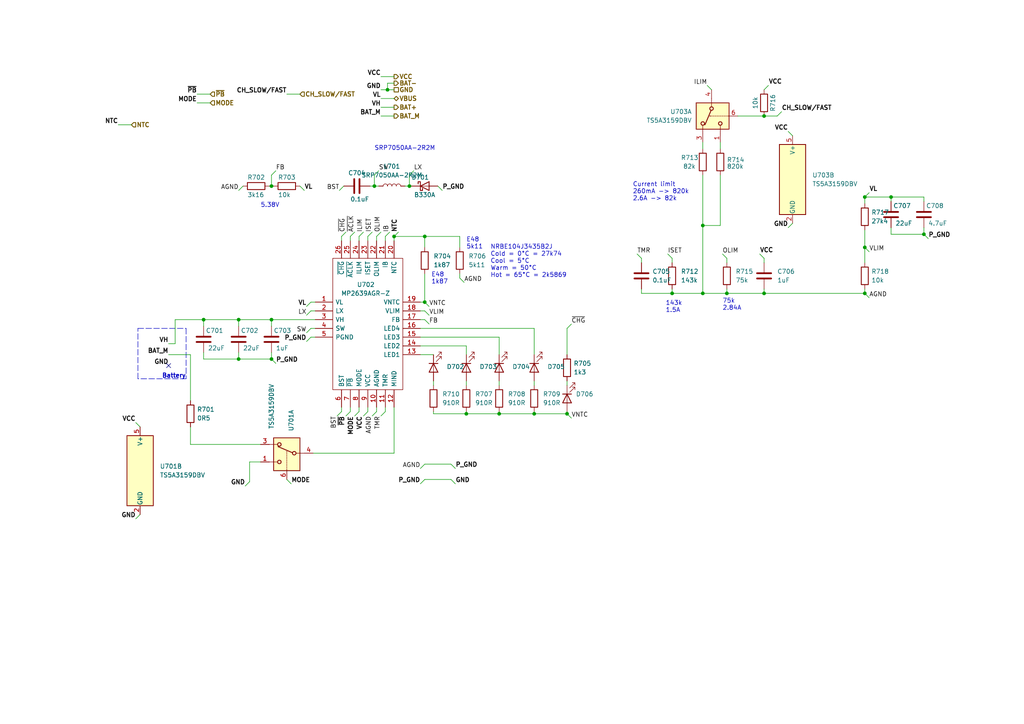
<source format=kicad_sch>
(kicad_sch (version 20211123) (generator eeschema)
  (paper "A4")
  (title_block (title "Power Unit - CanSat 2023") (date "2023-01-19") (rev "2022") (company "Project SkyFall") (comment 1 "David Haisman"))
  (lib_symbols
    (symbol "1Knihovna:MP2639AGR-Z" (pin_names (offset 0.762))
      (property "Reference" "U" (at 26.67 17.78 0))
      (property "Value" "MP2639AGR-Z" (at 26.67 15.24 0))
      (symbol "MP2639AGR-Z_0_0"
        (pin passive line (at 0 0 0) (length 5.08) (name "VL") (number "1"))
        (pin passive line (at 17.78 -30.48 90) (length 5.08) (name "AGND") (number "10"))
        (pin passive line (at 20.32 -30.48 90) (length 5.08) (name "TMR") (number "11"))
        (pin passive line (at 22.86 -30.48 90) (length 5.08) (name "MIND") (number "12"))
        (pin passive line (at 30.48 -15.24 180) (length 5.08) (name "LED1") (number "13"))
        (pin passive line (at 30.48 -12.7 180) (length 5.08) (name "LED2") (number "14"))
        (pin passive line (at 30.48 -10.16 180) (length 5.08) (name "LED3") (number "15"))
        (pin passive line (at 30.48 -7.62 180) (length 5.08) (name "LED4") (number "16"))
        (pin passive line (at 30.48 -5.08 180) (length 5.08) (name "FB") (number "17"))
        (pin passive line (at 30.48 -2.54 180) (length 5.08) (name "VLIM") (number "18"))
        (pin passive line (at 30.48 0 180) (length 5.08) (name "VNTC") (number "19"))
        (pin passive line (at 0 -2.54 0) (length 5.08) (name "LX") (number "2"))
        (pin passive line (at 22.86 17.78 270) (length 5.08) (name "NTC") (number "20"))
        (pin passive line (at 20.32 17.78 270) (length 5.08) (name "IB") (number "21"))
        (pin passive line (at 17.78 17.78 270) (length 5.08) (name "OLIM") (number "22"))
        (pin passive line (at 15.24 17.78 270) (length 5.08) (name "ISET") (number "23"))
        (pin passive line (at 12.7 17.78 270) (length 5.08) (name "ILIM") (number "24"))
        (pin passive line (at 10.16 17.78 270) (length 5.08) (name "~{ACLK}") (number "25"))
        (pin passive line (at 7.62 17.78 270) (length 5.08) (name "~{CHG}") (number "26"))
        (pin passive line (at 0 -5.08 0) (length 5.08) (name "VH") (number "3"))
        (pin passive line (at 0 -7.62 0) (length 5.08) (name "SW") (number "4"))
        (pin passive line (at 0 -10.16 0) (length 5.08) (name "PGND") (number "5"))
        (pin passive line (at 7.62 -30.48 90) (length 5.08) (name "BST") (number "6"))
        (pin passive line (at 10.16 -30.48 90) (length 5.08) (name "~{PB}") (number "7"))
        (pin passive line (at 12.7 -30.48 90) (length 5.08) (name "MODE") (number "8"))
        (pin passive line (at 15.24 -30.48 90) (length 5.08) (name "VCC") (number "9"))
      )
      (symbol "MP2639AGR-Z_0_1"
        (polyline (pts (xy 5.08 12.7) (xy 25.4 12.7) (xy 25.4 -25.4) (xy 5.08 -25.4) (xy 5.08 12.7)) (stroke (width 0.1524)))
      )
    )
    (symbol "Analog_Switch:TS5A3159DBV" (pin_names (offset 0.127))
      (property "Reference" "U" (at -3.175 4.699 0))
      (property "Value" "TS5A3159DBV" (at -3.175 2.921 0))
      (symbol "TS5A3159DBV_1_1"
        (rectangle (start -3.81 1.905) (end 3.81 -7.62) (stroke (width 0.254)) (fill (type background)))
        (circle (center -2.159 -2.54) (radius 0.508) (stroke (width 0.254)))
        (polyline (pts (xy -5.08 -2.54) (xy -2.794 -2.54)))
        (polyline (pts (xy -1.651 -2.413) (xy 2.54 -0.635)) (stroke (width 0.254)))
        (polyline (pts (xy 0 -7.62) (xy 0 -7.112)))
        (polyline (pts (xy 0 -6.858) (xy 0 -6.604)))
        (polyline (pts (xy 0 -6.35) (xy 0 -6.096)))
        (polyline (pts (xy 0 -5.842) (xy 0 -5.588)))
        (polyline (pts (xy 0 -5.334) (xy 0 -5.08)))
        (polyline (pts (xy 0 -4.826) (xy 0 -4.572)))
        (polyline (pts (xy 0 -4.318) (xy 0 -4.064)))
        (polyline (pts (xy 0 -3.81) (xy 0 -3.556)))
        (polyline (pts (xy 0 -3.302) (xy 0 -3.048)))
        (polyline (pts (xy 0 -2.794) (xy 0 -2.54)))
        (polyline (pts (xy 0 -2.286) (xy 0 -2.032)))
        (polyline (pts (xy 0 -2.286) (xy 0 -2.032)))
        (polyline (pts (xy 5.08 -5.08) (xy 2.794 -5.08)))
        (polyline (pts (xy 5.08 0) (xy 2.794 0)))
        (circle (center 2.159 -5.08) (radius 0.508) (stroke (width 0.254)))
        (circle (center 2.159 0) (radius 0.508) (stroke (width 0.254)))
        (pin passive line (at 7.62 -5.08 180) (length 2.54) (name "~") (number "1"))
        (pin passive line (at 7.62 0 180) (length 2.54) (name "~") (number "3"))
        (pin passive line (at -7.62 -2.54 0) (length 2.54) (name "~") (number "4"))
        (pin input line (at 0 -10.16 90) (length 2.54) (name "~") (number "6"))
      )
      (symbol "TS5A3159DBV_2_0"
        (pin power_in line (at 0 -12.7 90) (length 2.54) (name "GND") (number "2"))
        (pin power_in line (at 0 12.7 270) (length 2.54) (name "V+") (number "5"))
      )
      (symbol "TS5A3159DBV_2_1"
        (rectangle (start -3.81 10.16) (end 3.81 -10.16) (stroke (width 0.254)) (fill (type background)))
      )
    )
    (symbol "Device:C" (pin_numbers hide) (pin_names (offset 0.254))
      (property "Reference" "C" (at 0.635 2.54 0))
      (property "Value" "C" (at 0.635 -2.54 0))
      (symbol "C_0_1"
        (polyline (pts (xy -2.032 -0.762) (xy 2.032 -0.762)) (stroke (width 0.508)))
        (polyline (pts (xy -2.032 0.762) (xy 2.032 0.762)) (stroke (width 0.508)))
      )
      (symbol "C_1_1"
        (pin passive line (at 0 3.81 270) (length 2.794) (name "~") (number "1"))
        (pin passive line (at 0 -3.81 90) (length 2.794) (name "~") (number "2"))
      )
    )
    (symbol "Device:L" (pin_numbers hide) (pin_names (offset 1.016) hide)
      (property "Reference" "L" (at -1.27 0 90))
      (property "Value" "L" (at 1.905 0 90))
      (symbol "L_0_1"
        (arc (start 0 -2.54) (mid 0.635 -1.905) (end 0 -1.27))
        (arc (start 0 -1.27) (mid 0.635 -0.635) (end 0 0))
        (arc (start 0 0) (mid 0.635 0.635) (end 0 1.27))
        (arc (start 0 1.27) (mid 0.635 1.905) (end 0 2.54))
      )
      (symbol "L_1_1"
        (pin passive line (at 0 3.81 270) (length 1.27) (name "1") (number "1"))
        (pin passive line (at 0 -3.81 90) (length 1.27) (name "2") (number "2"))
      )
    )
    (symbol "Device:LED" (pin_numbers hide) (pin_names (offset 1.016) hide)
      (property "Reference" "D" (at 0 2.54 0))
      (property "Value" "LED" (at 0 -2.54 0))
      (symbol "LED_0_1"
        (polyline (pts (xy -1.27 -1.27) (xy -1.27 1.27)) (stroke (width 0.254)))
        (polyline (pts (xy -1.27 0) (xy 1.27 0)))
        (polyline (pts (xy 1.27 -1.27) (xy 1.27 1.27) (xy -1.27 0) (xy 1.27 -1.27)) (stroke (width 0.254)))
        (polyline (pts (xy -3.048 -0.762) (xy -4.572 -2.286) (xy -3.81 -2.286) (xy -4.572 -2.286) (xy -4.572 -1.524)))
        (polyline (pts (xy -1.778 -0.762) (xy -3.302 -2.286) (xy -2.54 -2.286) (xy -3.302 -2.286) (xy -3.302 -1.524)))
      )
      (symbol "LED_1_1"
        (pin passive line (at -3.81 0 0) (length 2.54) (name "K") (number "1"))
        (pin passive line (at 3.81 0 180) (length 2.54) (name "A") (number "2"))
      )
    )
    (symbol "Device:R" (pin_numbers hide) (pin_names (offset 0))
      (property "Reference" "R" (at 2.032 0 90))
      (property "Value" "R" (at 0 0 90))
      (symbol "R_0_1"
        (rectangle (start -1.016 -2.54) (end 1.016 2.54) (stroke (width 0.254)))
      )
      (symbol "R_1_1"
        (pin passive line (at 0 3.81 270) (length 1.27) (name "~") (number "1"))
        (pin passive line (at 0 -3.81 90) (length 1.27) (name "~") (number "2"))
      )
    )
    (symbol "Diode:B330" (pin_numbers hide) (pin_names (offset 1.016) hide)
      (property "Reference" "D" (at 0 2.54 0))
      (property "Value" "B330" (at 0 -2.54 0))
      (symbol "B330_0_1"
        (polyline (pts (xy 1.27 0) (xy -1.27 0)))
        (polyline (pts (xy 1.27 1.27) (xy 1.27 -1.27) (xy -1.27 0) (xy 1.27 1.27)) (stroke (width 0.254)))
        (polyline (pts (xy -1.905 0.635) (xy -1.905 1.27) (xy -1.27 1.27) (xy -1.27 -1.27) (xy -0.635 -1.27) (xy -0.635 -0.635)) (stroke (width 0.254)))
      )
      (symbol "B330_1_1"
        (pin passive line (at -3.81 0 0) (length 2.54) (name "K") (number "1"))
        (pin passive line (at 3.81 0 180) (length 2.54) (name "A") (number "2"))
      )
    )
  )
  (junction (at 108.585 53.975))
  (junction (at 123.19 68.58))
  (junction (at 194.945 85.09))
  (junction (at 203.835 65.405))
  (junction (at 78.74 104.14))
  (junction (at 78.74 92.71))
  (junction (at 112.395 26.035))
  (junction (at 135.255 120.015))
  (junction (at 59.055 92.71))
  (junction (at 250.825 71.755))
  (junction (at 250.825 85.09))
  (junction (at 258.445 57.15))
  (junction (at 221.615 85.09))
  (junction (at 267.97 67.945))
  (junction (at 221.615 33.655))
  (junction (at 114.3 68.58))
  (junction (at 78.74 53.975))
  (junction (at 144.78 120.015))
  (junction (at 118.745 53.975))
  (junction (at 164.465 120.015))
  (junction (at 250.825 57.15))
  (junction (at 69.215 92.71))
  (junction (at 123.19 87.63))
  (junction (at 154.94 120.015))
  (junction (at 69.215 104.14))
  (junction (at 210.82 85.09))
  (junction (at 203.835 85.09))
  (no_connect (at 48.895 106.045))
  (wire (pts (xy 133.35 80.645) (xy 133.35 79.375)))
  (wire (pts (xy 258.445 57.15) (xy 258.445 58.42)))
  (wire (pts (xy 106.68 118.11) (xy 106.68 119.38)))
  (wire (pts (xy 186.055 83.82) (xy 186.055 85.09)))
  (wire (pts (xy 57.15 29.845) (xy 60.96 29.845)))
  (wire (pts (xy 250.825 66.675) (xy 250.825 71.755)))
  (wire (pts (xy 125.73 120.015) (xy 135.255 120.015)))
  (wire (pts (xy 210.82 85.09) (xy 221.615 85.09)))
  (wire (pts (xy 123.19 92.71) (xy 121.92 92.71)))
  (wire (pts (xy 222.885 24.765) (xy 221.615 26.035)))
  (wire (pts (xy 127 53.975) (xy 128.27 55.245)))
  (wire (pts (xy 205.105 24.765) (xy 206.375 26.035)))
  (wire (pts (xy 125.73 119.38) (xy 125.73 120.015)))
  (wire (pts (xy 121.92 87.63) (xy 123.19 87.63)))
  (wire (pts (xy 208.915 41.275) (xy 208.915 43.18)))
  (wire (pts (xy 99.06 118.11) (xy 99.06 119.38)))
  (wire (pts (xy 97.79 120.65) (xy 99.06 119.38)))
  (wire (pts (xy 194.945 83.82) (xy 194.945 85.09)))
  (wire (pts (xy 267.97 57.15) (xy 258.445 57.15)))
  (wire (pts (xy 91.44 95.25) (xy 90.17 95.25)))
  (wire (pts (xy 220.345 73.66) (xy 221.615 74.93)))
  (wire (pts (xy 50.8 92.71) (xy 50.8 99.695)))
  (wire (pts (xy 57.15 27.305) (xy 60.96 27.305)))
  (wire (pts (xy 88.265 55.245) (xy 86.995 53.975)))
  (wire (pts (xy 109.22 119.38) (xy 107.95 120.65)))
  (wire (pts (xy 69.215 92.71) (xy 78.74 92.71)))
  (wire (pts (xy 121.92 97.79) (xy 144.78 97.79)))
  (wire (pts (xy 164.465 102.87) (xy 164.465 95.25)))
  (wire (pts (xy 90.17 97.79) (xy 88.9 99.06)))
  (wire (pts (xy 69.215 104.14) (xy 69.215 102.235)))
  (wire (pts (xy 101.6 119.38) (xy 100.33 120.65)))
  (wire (pts (xy 78.74 92.71) (xy 91.44 92.71)))
  (wire (pts (xy 267.97 67.945) (xy 269.24 69.215)))
  (wire (pts (xy 123.19 87.63) (xy 124.46 88.9)))
  (wire (pts (xy 91.44 90.17) (xy 90.17 90.17)))
  (wire (pts (xy 69.215 104.14) (xy 78.74 104.14)))
  (wire (pts (xy 90.17 97.79) (xy 91.44 97.79)))
  (wire (pts (xy 39.37 150.495) (xy 40.64 149.225)))
  (wire (pts (xy 121.92 95.25) (xy 154.94 95.25)))
  (wire (pts (xy 39.37 122.555) (xy 40.64 123.825)))
  (wire (pts (xy 194.945 76.2) (xy 194.945 74.93)))
  (wire (pts (xy 110.49 26.035) (xy 112.395 26.035)))
  (wire (pts (xy 133.35 68.58) (xy 123.19 68.58)))
  (wire (pts (xy 114.3 118.11) (xy 114.3 131.445)))
  (wire (pts (xy 71.12 140.97) (xy 72.39 139.7)))
  (wire (pts (xy 208.915 50.8) (xy 208.915 65.405)))
  (wire (pts (xy 250.825 71.755) (xy 250.825 76.2)))
  (wire (pts (xy 133.35 71.755) (xy 133.35 68.58)))
  (polyline (pts (xy 53.975 95.25) (xy 53.975 109.855)))
  (wire (pts (xy 48.895 99.695) (xy 50.8 99.695)))
  (wire (pts (xy 123.19 92.71) (xy 124.46 93.98)))
  (wire (pts (xy 112.395 26.035) (xy 114.3 26.035)))
  (wire (pts (xy 69.215 94.615) (xy 69.215 92.71)))
  (wire (pts (xy 123.19 68.58) (xy 114.3 68.58)))
  (wire (pts (xy 55.245 123.825) (xy 55.245 128.905)))
  (wire (pts (xy 109.855 53.975) (xy 108.585 53.975)))
  (wire (pts (xy 208.915 65.405) (xy 203.835 65.405)))
  (wire (pts (xy 109.22 118.11) (xy 109.22 119.38)))
  (wire (pts (xy 50.8 92.71) (xy 59.055 92.71)))
  (wire (pts (xy 90.17 87.63) (xy 91.44 87.63)))
  (wire (pts (xy 59.055 104.14) (xy 69.215 104.14)))
  (wire (pts (xy 118.745 50.8) (xy 118.745 53.975)))
  (wire (pts (xy 78.74 94.615) (xy 78.74 92.71)))
  (wire (pts (xy 123.19 87.63) (xy 123.19 79.375)))
  (wire (pts (xy 267.97 58.42) (xy 267.97 57.15)))
  (wire (pts (xy 75.565 133.985) (xy 72.39 133.985)))
  (wire (pts (xy 123.19 90.17) (xy 124.46 91.44)))
  (wire (pts (xy 78.74 53.975) (xy 79.375 53.975)))
  (wire (pts (xy 59.055 92.71) (xy 69.215 92.71)))
  (polyline (pts (xy 53.975 109.855) (xy 40.005 109.855)))
  (wire (pts (xy 267.97 67.945) (xy 267.97 66.04)))
  (wire (pts (xy 130.81 134.62) (xy 132.08 135.89)))
  (wire (pts (xy 144.78 119.38) (xy 144.78 120.015)))
  (wire (pts (xy 154.94 102.87) (xy 154.94 95.25)))
  (wire (pts (xy 132.08 140.335) (xy 130.81 139.065)))
  (wire (pts (xy 123.19 134.62) (xy 121.92 135.89)))
  (wire (pts (xy 134.62 81.915) (xy 133.35 80.645)))
  (wire (pts (xy 106.68 119.38) (xy 105.41 120.65)))
  (wire (pts (xy 121.92 90.17) (xy 123.19 90.17)))
  (wire (pts (xy 84.455 140.335) (xy 83.185 139.065)))
  (wire (pts (xy 78.74 50.8) (xy 78.74 53.975)))
  (wire (pts (xy 106.68 68.58) (xy 107.95 67.31)))
  (wire (pts (xy 78.105 53.975) (xy 78.74 53.975)))
  (wire (pts (xy 70.485 53.975) (xy 69.215 55.245)))
  (wire (pts (xy 250.825 59.055) (xy 250.825 57.15)))
  (wire (pts (xy 164.465 111.76) (xy 164.465 110.49)))
  (wire (pts (xy 221.615 33.655) (xy 225.425 33.655)))
  (wire (pts (xy 203.835 50.8) (xy 203.835 65.405)))
  (wire (pts (xy 186.055 76.2) (xy 186.055 74.93)))
  (wire (pts (xy 110.49 31.115) (xy 114.3 31.115)))
  (wire (pts (xy 108.585 50.8) (xy 108.585 53.975)))
  (wire (pts (xy 78.74 104.14) (xy 80.01 105.41)))
  (wire (pts (xy 110.49 33.655) (xy 114.3 33.655)))
  (wire (pts (xy 154.94 120.015) (xy 164.465 120.015)))
  (wire (pts (xy 121.92 102.87) (xy 125.73 102.87)))
  (wire (pts (xy 221.615 76.2) (xy 221.615 74.93)))
  (wire (pts (xy 186.055 74.93) (xy 184.785 73.66)))
  (wire (pts (xy 112.395 24.13) (xy 114.3 24.13)))
  (wire (pts (xy 101.6 69.85) (xy 101.6 68.58)))
  (wire (pts (xy 110.49 22.225) (xy 114.3 22.225)))
  (wire (pts (xy 88.9 96.52) (xy 90.17 95.25)))
  (wire (pts (xy 164.465 119.38) (xy 164.465 120.015)))
  (wire (pts (xy 135.255 120.015) (xy 144.78 120.015)))
  (wire (pts (xy 78.74 104.14) (xy 78.74 102.235)))
  (wire (pts (xy 59.055 94.615) (xy 59.055 92.71)))
  (wire (pts (xy 120.015 49.53) (xy 118.745 50.8)))
  (wire (pts (xy 221.615 83.82) (xy 221.615 85.09)))
  (wire (pts (xy 104.14 118.11) (xy 104.14 119.38)))
  (wire (pts (xy 114.3 69.85) (xy 114.3 68.58)))
  (wire (pts (xy 114.3 68.58) (xy 115.57 67.31)))
  (wire (pts (xy 104.14 119.38) (xy 102.87 120.65)))
  (wire (pts (xy 108.585 53.975) (xy 107.315 53.975)))
  (wire (pts (xy 99.06 68.58) (xy 100.33 67.31)))
  (wire (pts (xy 118.745 53.975) (xy 119.38 53.975)))
  (wire (pts (xy 114.3 28.575) (xy 110.49 28.575)))
  (wire (pts (xy 258.445 67.945) (xy 267.97 67.945)))
  (wire (pts (xy 228.6 38.1) (xy 229.87 39.37)))
  (wire (pts (xy 109.855 49.53) (xy 108.585 50.8)))
  (wire (pts (xy 213.995 33.655) (xy 221.615 33.655)))
  (wire (pts (xy 203.835 43.18) (xy 203.835 41.275)))
  (wire (pts (xy 203.835 85.09) (xy 210.82 85.09)))
  (wire (pts (xy 250.825 85.09) (xy 252.095 86.36)))
  (wire (pts (xy 210.82 74.93) (xy 209.55 73.66)))
  (wire (pts (xy 210.82 76.2) (xy 210.82 74.93)))
  (wire (pts (xy 164.465 95.25) (xy 165.735 93.98)))
  (wire (pts (xy 83.185 27.305) (xy 86.995 27.305)))
  (wire (pts (xy 135.255 102.87) (xy 135.255 100.33)))
  (wire (pts (xy 80.01 49.53) (xy 78.74 50.8)))
  (wire (pts (xy 164.465 120.015) (xy 165.735 121.285)))
  (wire (pts (xy 101.6 118.11) (xy 101.6 119.38)))
  (wire (pts (xy 194.945 85.09) (xy 203.835 85.09)))
  (wire (pts (xy 90.17 87.63) (xy 88.9 88.9)))
  (wire (pts (xy 250.825 71.755) (xy 252.095 73.025)))
  (wire (pts (xy 111.76 69.85) (xy 111.76 68.58)))
  (polyline (pts (xy 40.005 109.855) (xy 40.005 95.25)))
  (wire (pts (xy 250.825 57.15) (xy 252.095 55.88)))
  (wire (pts (xy 123.19 71.755) (xy 123.19 68.58)))
  (wire (pts (xy 121.92 140.335) (xy 123.19 139.065)))
  (wire (pts (xy 226.695 32.385) (xy 225.425 33.655)))
  (wire (pts (xy 135.255 119.38) (xy 135.255 120.015)))
  (wire (pts (xy 193.675 73.66) (xy 194.945 74.93)))
  (wire (pts (xy 123.19 134.62) (xy 130.81 134.62)))
  (wire (pts (xy 123.19 139.065) (xy 130.81 139.065)))
  (wire (pts (xy 258.445 66.04) (xy 258.445 67.945)))
  (polyline (pts (xy 40.005 95.25) (xy 53.975 95.25)))
  (wire (pts (xy 144.78 111.76) (xy 144.78 110.49)))
  (wire (pts (xy 98.425 55.245) (xy 99.695 53.975)))
  (wire (pts (xy 135.255 111.76) (xy 135.255 110.49)))
  (wire (pts (xy 55.245 128.905) (xy 75.565 128.905)))
  (wire (pts (xy 186.055 85.09) (xy 194.945 85.09)))
  (wire (pts (xy 144.78 102.87) (xy 144.78 97.79)))
  (wire (pts (xy 210.82 83.82) (xy 210.82 85.09)))
  (wire (pts (xy 104.14 68.58) (xy 105.41 67.31)))
  (wire (pts (xy 111.76 119.38) (xy 110.49 120.65)))
  (wire (pts (xy 101.6 68.58) (xy 102.87 67.31)))
  (wire (pts (xy 144.78 120.015) (xy 154.94 120.015)))
  (wire (pts (xy 34.29 36.195) (xy 38.1 36.195)))
  (wire (pts (xy 90.805 131.445) (xy 114.3 131.445)))
  (wire (pts (xy 104.14 69.85) (xy 104.14 68.58)))
  (wire (pts (xy 99.06 69.85) (xy 99.06 68.58)))
  (wire (pts (xy 154.94 119.38) (xy 154.94 120.015)))
  (wire (pts (xy 154.94 111.76) (xy 154.94 110.49)))
  (wire (pts (xy 55.245 116.205) (xy 55.245 102.87)))
  (wire (pts (xy 48.895 102.87) (xy 55.245 102.87)))
  (wire (pts (xy 109.22 69.85) (xy 109.22 68.58)))
  (wire (pts (xy 250.825 57.15) (xy 258.445 57.15)))
  (wire (pts (xy 228.6 66.04) (xy 229.87 64.77)))
  (wire (pts (xy 111.76 118.11) (xy 111.76 119.38)))
  (wire (pts (xy 111.76 68.58) (xy 113.03 67.31)))
  (wire (pts (xy 112.395 26.035) (xy 112.395 24.13)))
  (wire (pts (xy 221.615 85.09) (xy 250.825 85.09)))
  (wire (pts (xy 121.92 100.33) (xy 135.255 100.33)))
  (wire (pts (xy 59.055 102.235) (xy 59.055 104.14)))
  (wire (pts (xy 109.22 68.58) (xy 110.49 67.31)))
  (wire (pts (xy 250.825 85.09) (xy 250.825 83.82)))
  (wire (pts (xy 125.73 111.76) (xy 125.73 110.49)))
  (wire (pts (xy 117.475 53.975) (xy 118.745 53.975)))
  (wire (pts (xy 106.68 69.85) (xy 106.68 68.58)))
  (wire (pts (xy 203.835 65.405) (xy 203.835 85.09)))
  (wire (pts (xy 90.17 90.17) (xy 88.9 91.44)))
  (wire (pts (xy 72.39 133.985) (xy 72.39 139.7)))
  (text "5.38V" (at 75.565 60.325 0) (effects (font (size 1.27 1.27)) (justify left bottom)))
  (text "75k\n2.84A" (at 209.55 90.17 0) (effects (font (size 1.27 1.27)) (justify left bottom)))
  (text "E48\n1k87" (at 125.095 82.55 0) (effects (font (size 1.27 1.27)) (justify left bottom)))
  (text "Battery" (at 53.975 109.855 180) (effects (font (size 1.27 1.27) bold) (justify right bottom)))
  (text "Current limit\n260mA -> 820k\n2.6A -> 82k" (at 183.515 58.42 0) (effects (font (size 1.27 1.27)) (justify left bottom)))
  (text "SRP7050AA-2R2M" (at 108.585 43.815 0) (effects (font (size 1.27 1.27)) (justify left bottom)))
  (text "NRBE104J3435B2J\nCold = 0°C = 27k74\nCool = 5°C\nWarm = 50°C\nHot = 65°C = 2k5869 " (at 142.24 80.645 0) (effects (font (size 1.27 1.27)) (justify left bottom)))
  (text "143k\n1.5A" (at 193.04 90.805 0) (effects (font (size 1.27 1.27)) (justify left bottom)))
  (text "E48\n5k11" (at 135.255 72.39 0) (effects (font (size 1.27 1.27)) (justify left bottom)))
  (label "~{PB}" (at 57.15 27.305 180) (effects (font (thickness 0.254) bold)))
  (label "ILIM" (at 205.105 24.765 180))
  (label "CH_SLOW{slash}FAST" (at 83.185 27.305 180) (effects (font bold)))
  (label "GND" (at 228.6 66.04 180) (effects (font (thickness 0.254) bold)))
  (label "VL" (at 88.9 88.9 180) (effects (font (thickness 0.254) bold)))
  (label "GND" (at 39.37 150.495 180) (effects (font (thickness 0.254) bold)))
  (label "OLIM" (at 110.49 67.31 90))
  (label "AGND" (at 69.215 55.245 180))
  (label "VCC" (at 110.49 22.225 180) (effects (font (thickness 0.254) bold)))
  (label "VNTC" (at 165.735 121.285 0))
  (label "ISET" (at 193.675 73.66 0))
  (label "OLIM" (at 209.55 73.66 0))
  (label "VCC" (at 39.37 122.555 180) (effects (font (thickness 0.254) bold)))
  (label "~{ACLK}" (at 102.87 67.31 90))
  (label "VL" (at 252.095 55.88 0) (effects (font (thickness 0.254) bold)))
  (label "AGND" (at 134.62 81.915 0))
  (label "ISET" (at 107.95 67.31 90))
  (label "BST" (at 97.79 120.65 270))
  (label "CH_SLOW{slash}FAST" (at 226.695 32.385 0) (effects (font bold)))
  (label "VCC" (at 222.885 24.765 0) (effects (font (thickness 0.254) bold)))
  (label "BAT_M" (at 110.49 33.655 180) (effects (font (thickness 0.254) bold)))
  (label "VCC" (at 105.41 120.65 270) (effects (font (thickness 0.254) bold)))
  (label "~{PB}" (at 100.33 120.65 270) (effects (font (thickness 0.254) bold)))
  (label "BAT_M" (at 48.895 102.87 180) (effects (font (thickness 0.254) bold)))
  (label "FB" (at 80.01 49.53 0))
  (label "SW" (at 88.9 96.52 180))
  (label "P_GND" (at 88.9 99.06 180) (effects (font (thickness 0.254) bold)))
  (label "P_GND" (at 121.92 140.335 180) (effects (font (thickness 0.254) bold)))
  (label "GND" (at 110.49 26.035 180) (effects (font (thickness 0.254) bold)))
  (label "P_GND" (at 128.27 55.245 0) (effects (font (thickness 0.254) bold)))
  (label "AGND" (at 107.95 120.65 270))
  (label "VNTC" (at 124.46 88.9 0))
  (label "TMR" (at 110.49 120.65 270))
  (label "BST" (at 98.425 55.245 180))
  (label "P_GND" (at 80.01 105.41 0) (effects (font (thickness 0.254) bold)))
  (label "AGND" (at 121.92 135.89 180))
  (label "NTC" (at 115.57 67.31 90) (effects (font (thickness 0.254) bold)))
  (label "MODE" (at 102.87 120.65 270) (effects (font (thickness 0.254) bold)))
  (label "SW" (at 109.855 49.53 0))
  (label "LX" (at 120.015 49.53 0))
  (label "~{CHG}" (at 100.33 67.31 90))
  (label "VH" (at 48.895 99.695 180) (effects (font (thickness 0.254) bold)))
  (label "P_GND" (at 132.08 135.89 0) (effects (font (thickness 0.254) bold)))
  (label "VLIM" (at 124.46 91.44 0))
  (label "~{CHG}" (at 165.735 93.98 0))
  (label "FB" (at 124.46 93.98 0))
  (label "VL" (at 88.265 55.245 0) (effects (font (thickness 0.254) bold)))
  (label "MODE" (at 84.455 140.335 0) (effects (font (thickness 0.254) bold)))
  (label "VL" (at 110.49 28.575 180) (effects (font (thickness 0.254) bold)))
  (label "VLIM" (at 252.095 73.025 0))
  (label "GND" (at 71.12 140.97 180) (effects (font (thickness 0.254) bold)))
  (label "VCC" (at 228.6 38.1 180) (effects (font (thickness 0.254) bold)))
  (label "TMR" (at 184.785 73.66 0))
  (label "IB" (at 113.03 67.31 90))
  (label "ILIM" (at 105.41 67.31 90))
  (label "GND" (at 132.08 140.335 0) (effects (font (thickness 0.254) bold)))
  (label "P_GND" (at 269.24 69.215 0) (effects (font (thickness 0.254) bold)))
  (label "AGND" (at 252.095 86.36 0))
  (label "LX" (at 88.9 91.44 180))
  (label "VCC" (at 220.345 73.66 0) (effects (font (thickness 0.254) bold)))
  (label "NTC" (at 34.29 36.195 180) (effects (font (thickness 0.254) bold)))
  (label "GND" (at 48.895 106.045 180) (effects (font (thickness 0.254) bold)))
  (label "VH" (at 110.49 31.115 180) (effects (font (thickness 0.254) bold)))
  (label "MODE" (at 57.15 29.845 180) (effects (font (thickness 0.254) bold)))
  (hierarchical_label "BAT+" (shape output) (at 114.3 31.115 0) (effects (font bold)))
  (hierarchical_label "BAT-" (shape output) (at 114.3 24.13 0) (effects (font bold)))
  (hierarchical_label "VBUS" (shape bidirectional) (at 114.3 28.575 0) (effects (font bold)))
  (hierarchical_label "VCC" (shape output) (at 114.3 22.225 0) (effects (font bold)))
  (hierarchical_label "MODE" (shape input) (at 60.96 29.845 0) (effects (font bold)))
  (hierarchical_label "NTC" (shape input) (at 38.1 36.195 0) (effects (font bold)))
  (hierarchical_label "BAT_M" (shape output) (at 114.3 33.655 0) (effects (font bold)))
  (hierarchical_label "GND" (shape passive) (at 114.3 26.035 0) (effects (font bold)))
  (hierarchical_label "~{PB}" (shape input) (at 60.96 27.305 0) (effects (font bold)))
  (hierarchical_label "CH_SLOW{slash}FAST" (shape input) (at 86.995 27.305 0) (effects (font bold)))
  (symbol (lib_id "Device:C") (at 221.615 80.01 0) (unit 1)
    (property "Reference" "C706" (at 225.425 78.7399 0) (effects (justify left)))
    (property "Value" "1uF" (at 225.425 81.2799 0) (effects (justify left)))
    (property "Footprint" "CanSat_2023:C_0805_2012Metric" (effects hide))
  )
  (symbol (lib_id "Device:R") (at 74.295 53.975 270) (unit 1)
    (property "Reference" "R702" (at 71.755 51.435 90) (effects (justify left)))
    (property "Value" "3k16" (at 71.755 56.515 90) (effects (justify left)))
    (property "Footprint" "CanSat_2023:R_0805_2012Metric" (effects hide))
  )
  (symbol (lib_id "Analog_Switch:TS5A3159DBV") (at 83.185 128.905 0) (mirror y) (unit 1)
    (property "Reference" "U701" (at 84.4551 125.095 90) (effects (justify left)))
    (property "Value" "TS5A3159DBV" (at 78.74 124.46 90) (effects (justify left)))
    (property "Footprint" "CanSat_2023:SOT-23-6" (effects hide))
    (property "Datasheet" "http://www.ti.com/lit/ds/symlink/ts5a3159.pdf" (effects hide))
  )
  (symbol (lib_id "Device:R") (at 83.185 53.975 270) (unit 1)
    (property "Reference" "R703" (at 80.645 51.435 90) (effects (justify left)))
    (property "Value" "10k" (at 80.645 56.515 90) (effects (justify left)))
    (property "Footprint" "CanSat_2023:R_0805_2012Metric" (effects hide))
  )
  (symbol (lib_id "Device:C") (at 78.74 98.425 0) (unit 1)
    (property "Reference" "C703" (at 79.375 95.885 0) (effects (justify left)))
    (property "Value" "1uF" (at 80.01 100.965 0) (effects (justify left)))
    (property "Footprint" "CanSat_2023:C_0805_2012Metric" (effects hide))
  )
  (symbol (lib_id "Device:R") (at 154.94 115.57 180) (unit 1)
    (property "Reference" "R709" (at 157.48 114.2999 0) (effects (justify right)))
    (property "Value" "910R" (at 157.48 116.8399 0) (effects (justify right)))
    (property "Footprint" "CanSat_2023:R_0805_2012Metric" (effects hide))
  )
  (symbol (lib_id "Device:R") (at 144.78 115.57 180) (unit 1)
    (property "Reference" "R708" (at 147.32 114.2999 0) (effects (justify right)))
    (property "Value" "910R" (at 147.32 116.8399 0) (effects (justify right)))
    (property "Footprint" "CanSat_2023:R_0805_2012Metric" (effects hide))
  )
  (symbol (lib_id "Analog_Switch:TS5A3159DBV") (at 229.87 52.07 0) (unit 2)
    (property "Reference" "U703" (at 235.585 50.7999 0) (effects (justify left)))
    (property "Value" "TS5A3159DBV" (at 235.585 53.3399 0) (effects (justify left)))
    (property "Footprint" "CanSat_2023:SOT-23-6" (effects hide))
    (property "Datasheet" "http://www.ti.com/lit/ds/symlink/ts5a3159.pdf" (effects hide))
  )
  (symbol (lib_id "Device:R") (at 250.825 80.01 0) (unit 1)
    (property "Reference" "R718" (at 252.73 78.7399 0) (effects (justify left)))
    (property "Value" "10k" (at 252.73 81.2799 0) (effects (justify left)))
    (property "Footprint" "CanSat_2023:R_0805_2012Metric" (effects hide))
  )
  (symbol (lib_id "Device:R") (at 164.465 106.68 180) (unit 1)
    (property "Reference" "R705" (at 166.37 105.4099 0) (effects (justify right)))
    (property "Value" "1k3" (at 166.37 107.9499 0) (effects (justify right)))
    (property "Footprint" "CanSat_2023:R_0805_2012Metric" (effects hide))
  )
  (symbol (lib_id "Device:R") (at 250.825 62.865 0) (unit 1)
    (property "Reference" "R717" (at 252.73 61.5949 0) (effects (justify left)))
    (property "Value" "27k4" (at 252.73 64.1349 0) (effects (justify left)))
    (property "Footprint" "CanSat_2023:R_0805_2012Metric" (effects hide))
  )
  (symbol (lib_id "Device:R") (at 133.35 75.565 0) (unit 1)
    (property "Reference" "R706" (at 135.89 74.2949 0) (effects (justify left)))
    (property "Value" "5k11" (at 135.89 76.8349 0) (effects (justify left)))
    (property "Footprint" "CanSat_2023:R_0805_2012Metric" (effects hide))
  )
  (symbol (lib_id "Device:R") (at 210.82 80.01 0) (unit 1)
    (property "Reference" "R715" (at 213.36 78.7399 0) (effects (justify left)))
    (property "Value" "75k" (at 213.36 81.2799 0) (effects (justify left)))
    (property "Footprint" "CanSat_2023:R_0805_2012Metric" (effects hide))
  )
  (symbol (lib_id "Device:C") (at 258.445 62.23 0) (unit 1)
    (property "Reference" "C707" (at 259.08 59.69 0) (effects (justify left)))
    (property "Value" "22uF" (at 259.715 64.77 0) (effects (justify left)))
    (property "Footprint" "CanSat_2023:C_0805_2012Metric" (effects hide))
  )
  (symbol (lib_id "Analog_Switch:TS5A3159DBV") (at 203.835 33.655 90) (mirror x) (unit 1)
    (property "Reference" "U703" (at 200.66 32.3849 90) (effects (justify left)))
    (property "Value" "TS5A3159DBV" (at 200.66 34.9249 90) (effects (justify left)))
    (property "Footprint" "CanSat_2023:SOT-23-6" (effects hide))
    (property "Datasheet" "http://www.ti.com/lit/ds/symlink/ts5a3159.pdf" (effects hide))
  )
  (symbol (lib_id "1Knihovna:MP2639AGR-Z") (at 91.44 87.63 0) (unit 1)
    (property "Reference" "U702" (at 103.505 82.55 0) (effects (justify left)))
    (property "Value" "MP2639AGR-Z" (at 106.045 85.09 0))
    (property "Footprint" "CanSat_2023:MP2639AGRZ" (effects hide))
    (property "Datasheet" "http://www.monolithicpower.com/pub/media/document/MP2639A_r1.0.pdf" (effects hide))
    (property "Description" "Battery Management 2-Cell 2.5A Li-ion or Li-polymer Switching Charger Integrated Bidirectional Charge/Discharge" (effects hide))
    (property "Height" "1" (effects hide))
    (property "Mouser Part Number" "946-MP2639AGR-Z" (effects hide))
    (property "Mouser Price/Stock" "https://www.mouser.co.uk/ProductDetail/Monolithic-Power-Systems-MPS/MP2639AGR-Z?qs=YCa%2FAAYMW004W5DDRZSXeQ%3D%3D" (effects hide))
    (property "Manufacturer_Name" "Monolithic Power Systems (MPS)" (effects hide))
    (property "Manufacturer_Part_Number" "MP2639AGR-Z" (effects hide))
  )
  (symbol (lib_id "Device:C") (at 59.055 98.425 0) (unit 1)
    (property "Reference" "C701" (at 59.69 95.885 0) (effects (justify left)))
    (property "Value" "22uF" (at 60.325 100.965 0) (effects (justify left)))
    (property "Footprint" "CanSat_2023:C_0805_2012Metric" (effects hide))
  )
  (symbol (lib_id "Device:LED") (at 164.465 115.57 90) (mirror x) (unit 1)
    (property "Reference" "D706" (at 167.005 114.3 90) (effects (justify right)))
    (property "Value" "APT2012LSECK{slash}J3-PRV" (effects hide))
    (property "Footprint" "CanSat_2023:LED_0805_2012Metric" (effects hide))
    (property "Meaning" "CHARGING" (effects hide))
  )
  (symbol (lib_id "Device:C") (at 186.055 80.01 0) (unit 1)
    (property "Reference" "C705" (at 189.23 78.7399 0) (effects (justify left)))
    (property "Value" "0.1uF" (at 189.23 81.2799 0) (effects (justify left)))
    (property "Footprint" "CanSat_2023:C_0805_2012Metric" (effects hide))
  )
  (symbol (lib_id "Device:R") (at 208.915 46.99 0) (unit 1)
    (property "Reference" "R714" (at 210.82 46.355 0) (effects (justify left)))
    (property "Value" "820k" (at 210.82 48.26 0) (effects (justify left)))
    (property "Footprint" "CanSat_2023:R_0805_2012Metric" (effects hide))
  )
  (symbol (lib_id "Device:C") (at 267.97 62.23 0) (unit 1)
    (property "Reference" "C708" (at 268.605 59.69 0) (effects (justify left)))
    (property "Value" "4.7uF" (at 269.24 64.77 0) (effects (justify left)))
    (property "Footprint" "CanSat_2023:C_0805_2012Metric" (effects hide))
  )
  (symbol (lib_id "Device:R") (at 194.945 80.01 0) (unit 1)
    (property "Reference" "R712" (at 197.485 78.7399 0) (effects (justify left)))
    (property "Value" "143k" (at 197.485 81.2799 0) (effects (justify left)))
    (property "Footprint" "CanSat_2023:R_0805_2012Metric" (effects hide))
  )
  (symbol (lib_id "Analog_Switch:TS5A3159DBV") (at 40.64 136.525 0) (unit 2)
    (property "Reference" "U701" (at 46.355 135.2549 0) (effects (justify left)))
    (property "Value" "TS5A3159DBV" (at 46.355 137.7949 0) (effects (justify left)))
    (property "Footprint" "CanSat_2023:SOT-23-6" (effects hide))
    (property "Datasheet" "http://www.ti.com/lit/ds/symlink/ts5a3159.pdf" (effects hide))
  )
  (symbol (lib_id "Device:R") (at 125.73 115.57 180) (unit 1)
    (property "Reference" "R710" (at 128.27 114.2999 0) (effects (justify right)))
    (property "Value" "910R" (at 128.27 116.8399 0) (effects (justify right)))
    (property "Footprint" "CanSat_2023:R_0805_2012Metric" (effects hide))
  )
  (symbol (lib_id "Device:C") (at 103.505 53.975 270) (unit 1)
    (property "Reference" "C704" (at 100.965 50.165 90) (effects (justify left)))
    (property "Value" "0.1uF" (at 101.6 57.785 90) (effects (justify left)))
    (property "Footprint" "CanSat_2023:C_0805_2012Metric" (effects hide))
  )
  (symbol (lib_id "Device:LED") (at 135.255 106.68 90) (mirror x) (unit 1)
    (property "Reference" "D703" (at 139.065 106.3626 90) (effects (justify right)))
    (property "Value" "APT2012LZGCK" (effects hide))
    (property "Footprint" "CanSat_2023:LED_0805_2012Metric" (effects hide))
  )
  (symbol (lib_id "Device:L") (at 113.665 53.975 90) (unit 1)
    (property "Reference" "L701" (at 113.665 48.26 90))
    (property "Value" "SRP7050AA-2R2M" (at 113.665 50.8 90))
    (property "Footprint" "CanSat_2023:L_Bourns_SRP7050AA" (effects hide))
  )
  (symbol (lib_id "Device:R") (at 123.19 75.565 0) (unit 1)
    (property "Reference" "R704" (at 125.73 74.2949 0) (effects (justify left)))
    (property "Value" "1k87" (at 125.73 76.8349 0) (effects (justify left)))
    (property "Footprint" "CanSat_2023:R_0805_2012Metric" (effects hide))
  )
  (symbol (lib_id "Device:R") (at 135.255 115.57 180) (unit 1)
    (property "Reference" "R707" (at 137.795 114.2999 0) (effects (justify right)))
    (property "Value" "910R" (at 137.795 116.8399 0) (effects (justify right)))
    (property "Footprint" "CanSat_2023:R_0805_2012Metric" (effects hide))
  )
  (symbol (lib_id "Device:C") (at 69.215 98.425 0) (unit 1)
    (property "Reference" "C702" (at 69.85 95.885 0) (effects (justify left)))
    (property "Value" "22uF" (at 70.485 100.965 0) (effects (justify left)))
    (property "Footprint" "CanSat_2023:C_0805_2012Metric" (effects hide))
  )
  (symbol (lib_id "Device:LED") (at 144.78 106.68 90) (mirror x) (unit 1)
    (property "Reference" "D704" (at 148.59 106.3626 90) (effects (justify right)))
    (property "Value" "APT2012LZGCK" (effects hide))
    (property "Footprint" "CanSat_2023:LED_0805_2012Metric" (effects hide))
  )
  (symbol (lib_id "Diode:B330") (at 123.19 53.975 0) (unit 1)
    (property "Reference" "D701" (at 124.46 51.435 0) (effects (justify right)))
    (property "Value" "B330A" (at 123.19 56.515 0))
    (property "Footprint" "CanSat_2023:D_SMA" (effects hide))
    (property "Datasheet" "https://www.diodes.com/assets/Datasheets/ds30891.pdf" (effects hide))
  )
  (symbol (lib_id "Device:R") (at 55.245 120.015 180) (unit 1)
    (property "Reference" "R701" (at 57.15 118.7449 0) (effects (justify right)))
    (property "Value" "0R5" (at 57.15 121.2849 0) (effects (justify right)))
    (property "Footprint" "CanSat_2023:R_0805_2012Metric" (effects hide))
  )
  (symbol (lib_id "Device:LED") (at 125.73 106.68 90) (mirror x) (unit 1)
    (property "Reference" "D702" (at 129.54 106.3626 90) (effects (justify right)))
    (property "Value" "APT2012LZGCK" (effects hide))
    (property "Footprint" "CanSat_2023:LED_0805_2012Metric" (effects hide))
  )
  (symbol (lib_id "Device:R") (at 221.615 29.845 0) (mirror y) (unit 1)
    (property "Reference" "R716" (at 224.155 29.845 90))
    (property "Value" "10k" (at 219.075 29.845 90))
    (property "Footprint" "CanSat_2023:R_0805_2012Metric" (effects hide))
  )
  (symbol (lib_id "Device:LED") (at 154.94 106.68 90) (mirror x) (unit 1)
    (property "Reference" "D705" (at 158.75 106.3626 90) (effects (justify right)))
    (property "Value" "APT2012LZGCK" (effects hide))
    (property "Footprint" "CanSat_2023:LED_0805_2012Metric" (effects hide))
  )
  (symbol (lib_id "Device:R") (at 203.835 46.99 0) (unit 1)
    (property "Reference" "R713" (at 197.485 45.72 0) (effects (justify left)))
    (property "Value" "82k" (at 198.12 48.26 0) (effects (justify left)))
    (property "Footprint" "CanSat_2023:R_0805_2012Metric" (effects hide))
  )
)
</source>
